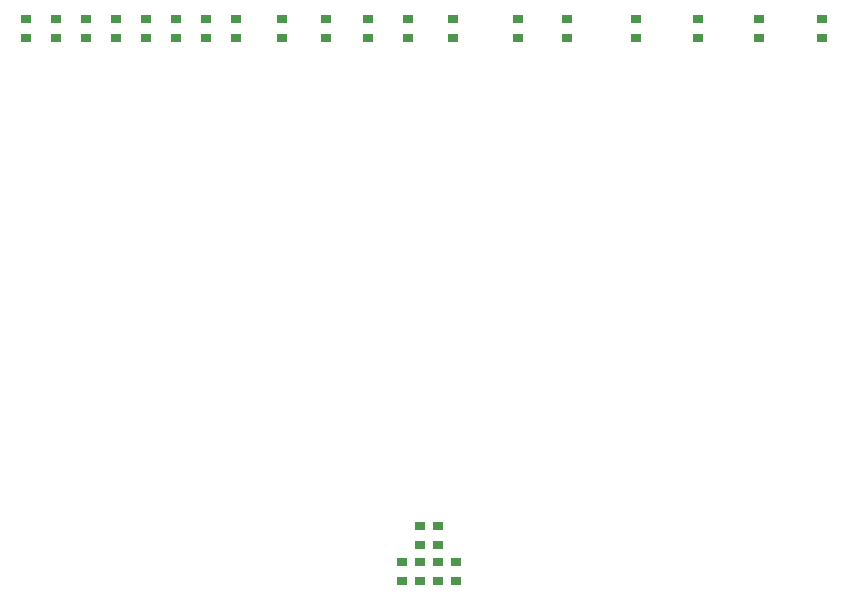
<source format=gbp>
G04*
G04 #@! TF.GenerationSoftware,Altium Limited,Altium Designer,22.3.1 (43)*
G04*
G04 Layer_Color=128*
%FSLAX25Y25*%
%MOIN*%
G70*
G04*
G04 #@! TF.SameCoordinates,3349D2AC-C315-450D-AF27-8CF08F727A17*
G04*
G04*
G04 #@! TF.FilePolarity,Positive*
G04*
G01*
G75*
%ADD21R,0.03740X0.03150*%
D21*
X241500Y336850D02*
D03*
Y343150D02*
D03*
X343000Y336850D02*
D03*
Y343150D02*
D03*
X322000D02*
D03*
Y336850D02*
D03*
X301500D02*
D03*
Y343150D02*
D03*
X258000Y336850D02*
D03*
Y343150D02*
D03*
X281000Y336850D02*
D03*
Y343150D02*
D03*
X205000Y336850D02*
D03*
Y343150D02*
D03*
X220000Y336850D02*
D03*
Y343150D02*
D03*
X191500Y336850D02*
D03*
Y343150D02*
D03*
X163000Y336850D02*
D03*
Y343150D02*
D03*
X177500D02*
D03*
Y336850D02*
D03*
X137500D02*
D03*
Y343150D02*
D03*
X97500Y336850D02*
D03*
Y343150D02*
D03*
X87500Y336850D02*
D03*
Y343150D02*
D03*
X77500Y336850D02*
D03*
Y343150D02*
D03*
X127500Y336850D02*
D03*
Y343150D02*
D03*
X117500Y336850D02*
D03*
Y343150D02*
D03*
X107500Y336850D02*
D03*
Y343150D02*
D03*
X147500Y336850D02*
D03*
Y343150D02*
D03*
X215000Y174150D02*
D03*
Y167850D02*
D03*
X221000Y155850D02*
D03*
Y162150D02*
D03*
X209000Y174150D02*
D03*
Y167850D02*
D03*
X215000Y155850D02*
D03*
Y162150D02*
D03*
X203000Y155850D02*
D03*
Y162150D02*
D03*
X209000Y155850D02*
D03*
Y162150D02*
D03*
M02*

</source>
